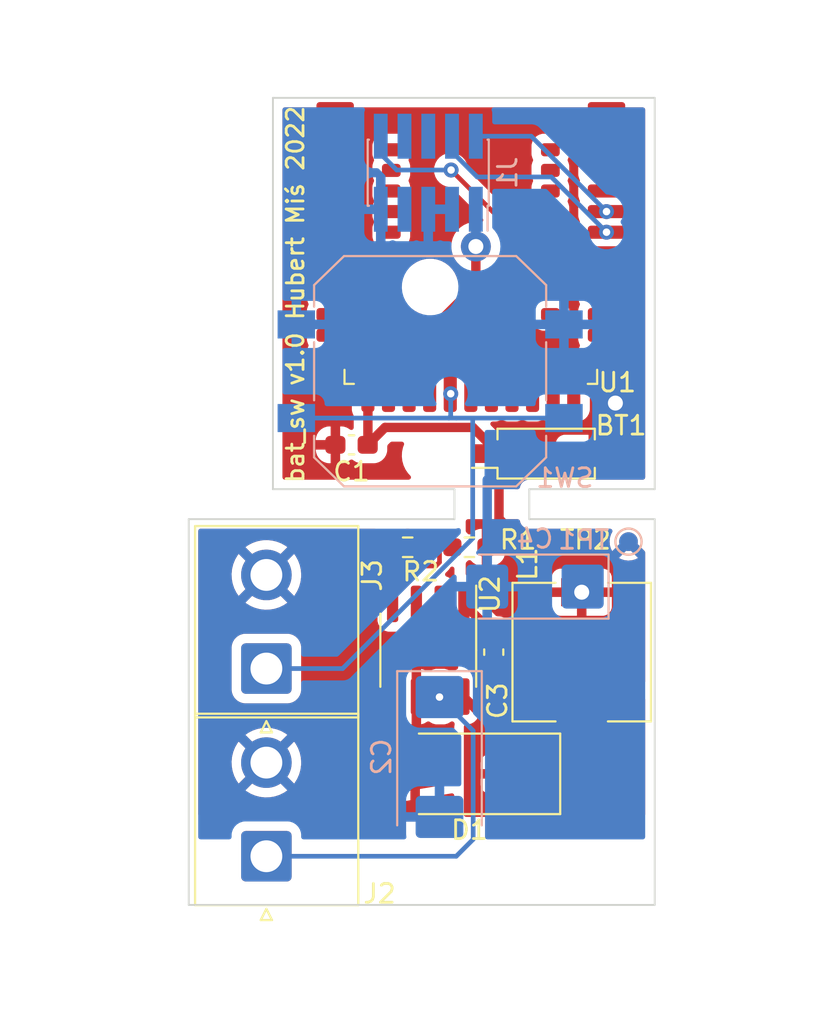
<source format=kicad_pcb>
(kicad_pcb (version 20211014) (generator pcbnew)
  (layers (0 "F.Cu" signal) (31 "B.Cu" signal) (34 "B.Paste" user) (35 "F.Paste" user) (36 "B.SilkS" user "B.Silkscreen") (37 "F.SilkS" user "F.Silkscreen") (38 "B.Mask" user) (39 "F.Mask" user) (44 "Edge.Cuts" user))
  (net 0 "")
  (net 1 "VDD")
  (net 2 "GND")
  (net 3 "/SWDIO")
  (net 4 "/SWDCLK")
  (net 8 "/nRESET")
  (net 9 "/SWITCH")
  (net 57 "+24V")
  (net 58 "Net-(U2-Pad1)")
  (net 59 "Net-(U2-Pad8)")
  (net 60 "Net-(U2-Pad4)")
  (net 63 "unconnected-(U2-Pad5)")
  (footprint "Capacitor_SMD:C_0603_1608Metric_Pad1.08x0.95mm_HandSolder" (layer "F.Cu") (at 35.8 48.93 180)
    (fp_text reference "C1" (at 0 -1.43) (layer "F.SilkS"))
    (fp_text value "100n")
    (fp_line (start -0.146267 0.51) (end 0.146267 0.51) (layer "F.SilkS") (width 0.12))
    (fp_line (start -0.146267 -0.51) (end 0.146267 -0.51) (layer "F.SilkS") (width 0.12))
    (pad "1" smd roundrect (at -0.8625 0 180) (size 1.075 0.95) (layers "F.Cu" "F.Paste" "F.Mask") (net 1 "VDD"))
    (pad "2" smd roundrect (at 0.8625 0 180) (size 1.075 0.95) (layers "F.Cu" "F.Paste" "F.Mask") (net 2 "GND"))
  )
  (footprint "Inductor_SMD:L_7.3x7.3_H3.5" (layer "F.Cu") (at 48.1 60 90)
    (fp_text reference "L1" (at 4.7 -2.9 90) (layer "F.SilkS"))
    (fp_text value "100u")
    (fp_line (start -3.7 -1.4) (end -3.7 -3.7) (layer "F.SilkS") (width 0.12))
    (fp_line (start 3.7 1.4) (end 3.7 3.7) (layer "F.SilkS") (width 0.12))
    (fp_line (start -3.7 3.7) (end -3.7 1.4) (layer "F.SilkS") (width 0.12))
    (fp_line (start 3.7 3.7) (end -3.7 3.7) (layer "F.SilkS") (width 0.12))
    (fp_line (start 3.7 -3.7) (end 3.7 -1.4) (layer "F.SilkS") (width 0.12))
    (fp_line (start -3.7 -3.7) (end 3.7 -3.7) (layer "F.SilkS") (width 0.12))
    (pad "1" smd rect (at -3.2 0 90) (size 1.5 2.2) (layers "F.Cu" "F.Paste" "F.Mask") (net 59 "Net-(U2-Pad8)"))
    (pad "2" smd rect (at 3.2 0 90) (size 1.5 2.2) (layers "F.Cu" "F.Paste" "F.Mask") (net 1 "VDD"))
  )
  (footprint "Connector_JST:JST_NV_B02P-NV_1x02_P5.00mm_Vertical" (layer "F.Cu") (at 31.25 70.9 90)
    (fp_text reference "J2" (at -2 6.05 180) (layer "F.SilkS"))
    (fp_text value "Conn_01x02_Female")
    (fp_line (start -3.41 0.3) (end -3.41 -0.3) (layer "F.SilkS") (width 0.12))
    (fp_line (start -2.81 0) (end -3.41 0.3) (layer "F.SilkS") (width 0.12))
    (fp_line (start 7.61 4.91) (end 7.61 -3.81) (layer "F.SilkS") (width 0.12))
    (fp_line (start -2.61 -3.81) (end -2.61 4.91) (layer "F.SilkS") (width 0.12))
    (fp_line (start -3.41 -0.3) (end -2.81 0) (layer "F.SilkS") (width 0.12))
    (fp_line (start 7.61 -3.81) (end -2.61 -3.81) (layer "F.SilkS") (width 0.12))
    (fp_line (start -2.61 4.91) (end 7.61 4.91) (layer "F.SilkS") (width 0.12))
    (pad "1" thru_hole roundrect (at 0 0 90) (size 2.7 2.7) (drill 1.7) (layers *.Cu *.Mask) (roundrect_rratio 0.09259296296) (net 57 "+24V"))
    (pad "2" thru_hole circle (at 5 0 90) (size 2.7 2.7) (drill 1.7) (layers *.Cu *.Mask) (net 2 "GND"))
  )
  (footprint "Resistor_SMD:R_0603_1608Metric_Pad0.98x0.95mm_HandSolder" (layer "F.Cu") (at 38.8 54.4 180)
    (fp_text reference "R2" (at -0.7 -1.3) (layer "F.SilkS"))
    (fp_text value "1k")
    (fp_line (start -0.254724 -0.5225) (end 0.254724 -0.5225) (layer "F.SilkS") (width 0.12))
    (fp_line (start -0.254724 0.5225) (end 0.254724 0.5225) (layer "F.SilkS") (width 0.12))
    (pad "1" smd roundrect (at -0.9125 0 180) (size 0.975 0.95) (layers "F.Cu" "F.Paste" "F.Mask") (net 60 "Net-(U2-Pad4)"))
    (pad "2" smd roundrect (at 0.9125 0 180) (size 0.975 0.95) (layers "F.Cu" "F.Paste" "F.Mask") (net 2 "GND"))
  )
  (footprint "Connector_JST:JST_NV_B02P-NV_1x02_P5.00mm_Vertical" (layer "F.Cu") (at 31.25 60.8775 90)
    (fp_text reference "J3" (at 4.9775 5.65 90) (layer "F.SilkS"))
    (fp_text value "Conn_01x02_Female")
    (fp_line (start 7.61 4.91) (end 7.61 -3.81) (layer "F.SilkS") (width 0.12))
    (fp_line (start -2.61 -3.81) (end -2.61 4.91) (layer "F.SilkS") (width 0.12))
    (fp_line (start -2.81 0) (end -3.41 0.3) (layer "F.SilkS") (width 0.12))
    (fp_line (start -3.41 -0.3) (end -2.81 0) (layer "F.SilkS") (width 0.12))
    (fp_line (start -3.41 0.3) (end -3.41 -0.3) (layer "F.SilkS") (width 0.12))
    (fp_line (start 7.61 -3.81) (end -2.61 -3.81) (layer "F.SilkS") (width 0.12))
    (fp_line (start -2.61 4.91) (end 7.61 4.91) (layer "F.SilkS") (width 0.12))
    (pad "1" thru_hole roundrect (at 0 0 90) (size 2.7 2.7) (drill 1.7) (layers *.Cu *.Mask) (roundrect_rratio 0.09259296296) (net 9 "/SWITCH"))
    (pad "2" thru_hole circle (at 5 0 90) (size 2.7 2.7) (drill 1.7) (layers *.Cu *.Mask) (net 2 "GND"))
  )
  (footprint "Capacitor_SMD:C_0603_1608Metric_Pad1.08x0.95mm_HandSolder" (layer "F.Cu") (at 43.4 60 -90)
    (fp_text reference "C3" (at 2.6 -0.2 90) (layer "F.SilkS"))
    (fp_text value "10n")
    (fp_line (start -0.146267 0.51) (end 0.146267 0.51) (layer "F.SilkS") (width 0.12))
    (fp_line (start -0.146267 -0.51) (end 0.146267 -0.51) (layer "F.SilkS") (width 0.12))
    (pad "1" smd roundrect (at -0.8625 0 270) (size 1.075 0.95) (layers "F.Cu" "F.Paste" "F.Mask") (net 58 "Net-(U2-Pad1)"))
    (pad "2" smd roundrect (at 0.8625 0 270) (size 1.075 0.95) (layers "F.Cu" "F.Paste" "F.Mask") (net 59 "Net-(U2-Pad8)"))
  )
  (footprint "TestPoint:TestPoint_Pad_D1.0mm" (layer "F.Cu") (at 50.6 54.1)
    (fp_text reference "TP2" (at -2.3 -0.1) (layer "F.SilkS"))
    (fp_text value "TestPoint")
    (fp_circle (center 0 0) (end 0 0.7) (layer "F.SilkS") (width 0.12) (fill none))
    (pad "1" smd circle (at 0 0) (size 1 1) (layers "F.Cu" "F.Mask") (net 1 "VDD"))
  )
  (footprint "Package_SO:SOIC-8_3.9x4.9mm_P1.27mm" (layer "F.Cu") (at 39.9 59.9 -90)
    (fp_text reference "U2" (at -3 -3.3 90) (layer "F.SilkS"))
    (fp_text value "LM2672M-ADJ")
    (fp_line (start 0 2.56) (end 1.95 2.56) (layer "F.SilkS") (width 0.12))
    (fp_line (start 0 -2.56) (end -3.45 -2.56) (layer "F.SilkS") (width 0.12))
    (fp_line (start 0 2.56) (end -1.95 2.56) (layer "F.SilkS") (width 0.12))
    (fp_line (start 0 -2.56) (end 1.95 -2.56) (layer "F.SilkS") (width 0.12))
    (pad "1" smd roundrect (at -2.475 -1.905 270) (size 1.95 0.6) (layers "F.Cu" "F.Paste" "F.Mask") (net 58 "Net-(U2-Pad1)"))
    (pad "2" smd roundrect (at -2.475 -0.635 270) (size 1.95 0.6) (layers "F.Cu" "F.Paste" "F.Mask"))
    (pad "3" smd roundrect (at -2.475 0.635 270) (size 1.95 0.6) (layers "F.Cu" "F.Paste" "F.Mask"))
    (pad "4" smd roundrect (at -2.475 1.905 270) (size 1.95 0.6) (layers "F.Cu" "F.Paste" "F.Mask") (net 60 "Net-(U2-Pad4)"))
    (pad "5" smd roundrect (at 2.475 1.905 270) (size 1.95 0.6) (layers "F.Cu" "F.Paste" "F.Mask") (net 63 "unconnected-(U2-Pad5)"))
    (pad "6" smd roundrect (at 2.475 0.635 270) (size 1.95 0.6) (layers "F.Cu" "F.Paste" "F.Mask") (net 2 "GND"))
    (pad "7" smd roundrect (at 2.475 -0.635 270) (size 1.95 0.6) (layers "F.Cu" "F.Paste" "F.Mask") (net 57 "+24V"))
    (pad "8" smd roundrect (at 2.475 -1.905 270) (size 1.95 0.6) (layers "F.Cu" "F.Paste" "F.Mask") (net 59 "Net-(U2-Pad8)"))
  )
  (footprint "Diode_SMD:D_SMA-SMB_Universal_Handsoldering" (layer "F.Cu") (at 42.1 66.5 180)
    (fp_text reference "D1" (at 0 -3) (layer "F.SilkS"))
    (fp_text value "B130")
    (fp_line (start -4.85 -2.15) (end 2.7 -2.15) (layer "F.SilkS") (width 0.12))
    (fp_line (start -4.85 2.15) (end 2.7 2.15) (layer "F.SilkS") (width 0.12))
    (fp_line (start -4.85 -2.15) (end -4.85 2.15) (layer "F.SilkS") (width 0.12))
    (pad "1" smd trapezoid (at -2.9 0 180) (size 3.6 1.7) (rect_delta 0.6 0) (layers "F.Cu" "F.Paste" "F.Mask") (net 59 "Net-(U2-Pad8)"))
    (pad "2" smd trapezoid (at 2.9 0) (size 3.6 1.7) (rect_delta 0.6 0) (layers "F.Cu" "F.Paste" "F.Mask") (net 2 "GND"))
  )
  (footprint "Connector_PinSocket_2.54mm:PinSocket_2x01_P2.54mm_Vertical_SMD" (layer "F.Cu") (at 46.2 49.4 180)
    (fp_text reference "BT1" (at -4 1.5) (layer "F.SilkS"))
    (fp_text value "Battery")
    (fp_line (start -2.6 -1.33) (end 2.6 -1.33) (layer "F.SilkS") (width 0.12))
    (fp_line (start -2.6 1.33) (end 2.6 1.33) (layer "F.SilkS") (width 0.12))
    (fp_line (start -2.6 -1.33) (end -2.6 -0.76) (layer "F.SilkS") (width 0.12))
    (fp_line (start 2.6 -1.33) (end 2.6 -0.76) (layer "F.SilkS") (width 0.12))
    (fp_line (start -2.6 0.76) (end -2.6 1.33) (layer "F.SilkS") (width 0.12))
    (fp_line (start 2.6 -0.76) (end 3.96 -0.76) (layer "F.SilkS") (width 0.12))
    (fp_line (start 2.6 0.76) (end 2.6 1.33) (layer "F.SilkS") (width 0.12))
    (pad "1" smd rect (at 2.52 0 180) (size 3 1) (layers "F.Cu" "F.Paste" "F.Mask") (net 1 "VDD"))
    (pad "2" smd rect (at -2.52 0 180) (size 3 1) (layers "F.Cu" "F.Paste" "F.Mask") (net 2 "GND"))
  )
  (footprint "holyiot:Holyiot-18010" (layer "F.Cu") (at 42.175 27.675)
    (fp_text reference "U1" (at 7.825 17.925 unlocked) (layer "F.SilkS"))
    (fp_text value "Holyiot-18010")
    (fp_line (start 6.75 18) (end 6.25 18) (layer "F.SilkS") (width 0.12))
    (fp_line (start -6.75 18) (end -6.25 18) (layer "F.SilkS") (width 0.12))
    (fp_line (start -6.75 18) (end -6.75 17.25) (layer "F.SilkS") (width 0.12))
    (fp_line (start 6.75 18) (end 6.75 17.25) (layer "F.SilkS") (width 0.12))
    (pad "1" smd roundrect (at -7.25 3.3) (size 2 0.7) (layers "F.Cu" "F.Paste" "F.Mask") (net 2 "GND"))
    (pad "2" smd roundrect (at -7.25 4.4) (size 2 0.7) (layers "F.Cu" "F.Paste" "F.Mask"))
    (pad "3" smd roundrect (at -7.25 5.5) (size 2 0.7) (layers "F.Cu" "F.Paste" "F.Mask"))
    (pad "4" smd roundrect (at -7.25 6.6) (size 2 0.7) (layers "F.Cu" "F.Paste" "F.Mask"))
    (pad "5" smd roundrect (at -7.25 7.7) (size 2 0.7) (layers "F.Cu" "F.Paste" "F.Mask"))
    (pad "6" smd roundrect (at -7.25 8.8) (size 2 0.7) (layers "F.Cu" "F.Paste" "F.Mask"))
    (pad "7" smd roundrect (at -7.25 9.9) (size 2 0.7) (layers "F.Cu" "F.Paste" "F.Mask"))
    (pad "8" smd roundrect (at -7.25 11) (size 2 0.7) (layers "F.Cu" "F.Paste" "F.Mask"))
    (pad "9" smd roundrect (at -7.25 12.1) (size 2 0.7) (layers "F.Cu" "F.Paste" "F.Mask"))
    (pad "10" smd roundrect (at -7.25 13.2) (size 2 0.7) (layers "F.Cu" "F.Paste" "F.Mask"))
    (pad "11" smd roundrect (at -7.25 14.3) (size 2 0.7) (layers "F.Cu" "F.Paste" "F.Mask"))
    (pad "12" smd roundrect (at -7.25 15.4) (size 2 0.7) (layers "F.Cu" "F.Paste" "F.Mask"))
    (pad "13" smd roundrect (at -7.25 16.5) (size 2 0.7) (layers "F.Cu" "F.Paste" "F.Mask"))
    (pad "14" smd roundrect (at -5.5 18.5 90) (size 2 0.7) (layers "F.Cu" "F.Paste" "F.Mask") (net 1 "VDD"))
    (pad "15" smd roundrect (at -4.4 18.5 90) (size 2 0.7) (layers "F.Cu" "F.Paste" "F.Mask"))
    (pad "16" smd roundrect (at -3.3 18.5 90) (size 2 0.7) (layers "F.Cu" "F.Paste" "F.Mask"))
    (pad "17" smd roundrect (at -2.2 18.5 90) (size 2 0.7) (layers "F.Cu" "F.Paste" "F.Mask"))
    (pad "18" smd roundrect (at -1.1 18.5 90) (size 2 0.7) (layers "F.Cu" "F.Paste" "F.Mask") (net 9 "/SWITCH"))
    (pad "19" smd roundrect (at 0 18.5 90) (size 2 0.7) (layers "F.Cu" "F.Paste" "F.Mask"))
    (pad "20" smd roundrect (at 1.1 18.5 90) (size 2 0.7) (layers "F.Cu" "F.Paste" "F.Mask"))
    (pad "21" smd roundrect (at 2.2 18.5 90) (size 2 0.7) (layers "F.Cu" "F.Paste" "F.Mask") (net 8 "/nRESET"))
    (pad "22" smd roundrect (at 3.3 18.5 90) (size 2 0.7) (layers "F.Cu" "F.Paste" "F.Mask"))
    (pad "23" smd roundrect (at 4.4 18.5 90) (size 2 0.7) (layers "F.Cu" "F.Paste" "F.Mask"))
    (pad "24" smd roundrect (at 5.5 18.5 90) (size 2 0.7) (layers "F.Cu" "F.Paste" "F.Mask"))
    (pad "25" smd roundrect (at 7.25 16.5) (size 2 0.7) (layers "F.Cu" "F.Paste" "F.Mask") (net 2 "GND"))
    (pad "26" smd roundrect (at 7.25 15.4) (size 2 0.7) (layers "F.Cu" "F.Paste" "F.Mask"))
    (pad "27" smd roundrect (at 7.25 14.3) (size 2 0.7) (layers "F.Cu" "F.Paste" "F.Mask"))
    (pad "28" smd roundrect (at 7.25 13.2) (size 2 0.7) (layers "F.Cu" "F.Paste" "F.Mask"))
    (pad "29" smd roundrect (at 7.25 12.1) (size 2 0.7) (layers "F.Cu" "F.Paste" "F.Mask"))
    (pad "30" smd roundrect (at 7.25 11) (size 2 0.7) (layers "F.Cu" "F.Paste" "F.Mask"))
    (pad "31" smd roundrect (at 7.25 9.9) (size 2 0.7) (layers "F.Cu" "F.Paste" "F.Mask") (net 4 "/SWDCLK"))
    (pad "32" smd roundrect (at 7.25 8.8) (size 2 0.7) (layers "F.Cu" "F.Paste" "F.Mask") (net 3 "/SWDIO"))
    (pad "33" smd roundrect (at 7.25 7.7) (size 2 0.7) (layers "F.Cu" "F.Paste" "F.Mask"))
    (pad "34" smd roundrect (at 7.25 6.6) (size 2 0.7) (layers "F.Cu" "F.Paste" "F.Mask"))
    (pad "35" smd roundrect (at 7.25 5.5) (size 2 0.7) (layers "F.Cu" "F.Paste" "F.Mask"))
    (pad "36" smd roundrect (at 7.25 4.4) (size 2 0.7) (layers "F.Cu" "F.Paste" "F.Mask"))
    (pad "37" smd roundrect (at 7.25 3.3) (size 2 0.7) (layers "F.Cu" "F.Paste" "F.Mask") (net 2 "GND"))
    (pad "38" smd roundrect (at -4.25 5.5) (size 1 0.7) (layers "F.Cu" "F.Paste" "F.Mask"))
    (pad "39" smd roundrect (at -4.25 6.6) (size 1 0.7) (layers "F.Cu" "F.Paste" "F.Mask"))
    (pad "40" smd roundrect (at -4.25 7.7) (size 1 0.7) (layers "F.Cu" "F.Paste" "F.Mask"))
    (pad "41" smd roundrect (at -4.25 8.8) (size 1 0.7) (layers "F.Cu" "F.Paste" "F.Mask"))
    (pad "42" smd roundrect (at -4.25 9.9) (size 1 0.7) (layers "F.Cu" "F.Paste" "F.Mask"))
    (pad "43" smd roundrect (at -4.25 11) (size 1 0.7) (layers "F.Cu" "F.Paste" "F.Mask"))
    (pad "44" smd roundrect (at -4.25 12.1) (size 1 0.7) (layers "F.Cu" "F.Paste" "F.Mask"))
    (pad "45" smd roundrect (at -4.25 13.2) (size 1 0.7) (layers "F.Cu" "F.Paste" "F.Mask"))
    (pad "46" smd roundrect (at -4.25 14.3) (size 1 0.7) (layers "F.Cu" "F.Paste" "F.Mask"))
    (pad "47" smd roundrect (at 4.25 5.5) (size 1 0.7) (layers "F.Cu" "F.Paste" "F.Mask"))
    (pad "48" smd roundrect (at 4.25 6.6) (size 1 0.7) (layers "F.Cu" "F.Paste" "F.Mask"))
    (pad "49" smd roundrect (at 4.25 7.7) (size 1 0.7) (layers "F.Cu" "F.Paste" "F.Mask"))
    (pad "50" smd roundrect (at 4.25 8.8) (size 1 0.7) (layers "F.Cu" "F.Paste" "F.Mask"))
    (pad "51" smd roundrect (at 4.25 9.9) (size 1 0.7) (layers "F.Cu" "F.Paste" "F.Mask"))
    (pad "52" smd roundrect (at 4.25 11) (size 1 0.7) (layers "F.Cu" "F.Paste" "F.Mask"))
    (pad "53" smd roundrect (at 4.25 12.1) (size 1 0.7) (layers "F.Cu" "F.Paste" "F.Mask"))
    (pad "54" smd roundrect (at 4.25 13.2) (size 1 0.7) (layers "F.Cu" "F.Paste" "F.Mask"))
    (pad "55" smd roundrect (at 4.25 14.3) (size 1 0.7) (layers "F.Cu" "F.Paste" "F.Mask"))
    (zone (net 0) (net_name "") (layers *.Cu) (name "Antenna proximity") (connect_pads (clearance 0)) (min_thickness 0.254)
      (keepout (tracks not_allowed) (vias not_allowed) (pads not_allowed) (copperpour not_allowed) (footprints not_allowed))
      (fill (thermal_gap 0.508) (thermal_bridge_width 0.508))
      (polygon (pts (xy 53.925 30.475) (xy 30.425 30.475) (xy 30.425 25.175) (xy 53.925 25.175)))
    )
  )
  (footprint "Resistor_SMD:R_0603_1608Metric_Pad0.98x0.95mm_HandSolder" (layer "F.Cu") (at 42.1 54.4 180)
    (fp_text reference "R1" (at -2.6 0.4) (layer "F.SilkS"))
    (fp_text value "1k5")
    (fp_line (start -0.254724 -0.5225) (end 0.254724 -0.5225) (layer "F.SilkS") (width 0.12))
    (fp_line (start -0.254724 0.5225) (end 0.254724 0.5225) (layer "F.SilkS") (width 0.12))
    (pad "1" smd roundrect (at -0.9125 0 180) (size 0.975 0.95) (layers "F.Cu" "F.Paste" "F.Mask") (net 1 "VDD"))
    (pad "2" smd roundrect (at 0.9125 0 180) (size 0.975 0.95) (layers "F.Cu" "F.Paste" "F.Mask") (net 60 "Net-(U2-Pad4)"))
  )
  (footprint "Connector_PinHeader_1.27mm:PinHeader_2x05_P1.27mm_Vertical_SMD" (layer "B.Cu") (at 39.9 34.4 90)
    (fp_text reference "J1" (at 0 4.235 90) (layer "B.SilkS") (effects (justify mirror)))
    (fp_text value "Conn_ARM_JTAG_SWD_10")
    (fp_line (start 1.765 3.235) (end 1.765 3.17) (layer "B.SilkS") (width 0.12))
    (fp_line (start -1.765 -3.17) (end -1.765 -3.235) (layer "B.SilkS") (width 0.12))
    (fp_line (start -1.765 -3.235) (end 1.765 -3.235) (layer "B.SilkS") (width 0.12))
    (fp_line (start -3.09 3.17) (end -1.765 3.17) (layer "B.SilkS") (width 0.12))
    (fp_line (start -1.765 3.235) (end -1.765 3.17) (layer "B.SilkS") (width 0.12))
    (fp_line (start 1.765 -3.17) (end 1.765 -3.235) (layer "B.SilkS") (width 0.12))
    (fp_line (start -1.765 3.235) (end 1.765 3.235) (layer "B.SilkS") (width 0.12))
    (pad "1" smd rect (at -1.95 2.54 90) (size 2.4 0.74) (layers "B.Cu" "B.Paste" "B.Mask") (net 1 "VDD"))
    (pad "2" smd rect (at 1.95 2.54 90) (size 2.4 0.74) (layers "B.Cu" "B.Paste" "B.Mask") (net 3 "/SWDIO"))
    (pad "3" smd rect (at -1.95 1.27 90) (size 2.4 0.74) (layers "B.Cu" "B.Paste" "B.Mask") (net 2 "GND"))
    (pad "4" smd rect (at 1.95 1.27 90) (size 2.4 0.74) (layers "B.Cu" "B.Paste" "B.Mask") (net 4 "/SWDCLK"))
    (pad "5" smd rect (at -1.95 0 90) (size 2.4 0.74) (layers "B.Cu" "B.Paste" "B.Mask") (net 2 "GND"))
    (pad "6" smd rect (at 1.95 0 90) (size 2.4 0.74) (layers "B.Cu" "B.Paste" "B.Mask"))
    (pad "7" smd rect (at -1.95 -1.27 90) (size 2.4 0.74) (layers "B.Cu" "B.Paste" "B.Mask"))
    (pad "8" smd rect (at 1.95 -1.27 90) (size 2.4 0.74) (layers "B.Cu" "B.Paste" "B.Mask"))
    (pad "9" smd rect (at -1.95 -2.54 90) (size 2.4 0.74) (layers "B.Cu" "B.Paste" "B.Mask") (net 2 "GND"))
    (pad "10" smd rect (at 1.95 -2.54 90) (size 2.4 0.74) (layers "B.Cu" "B.Paste" "B.Mask") (net 8 "/nRESET"))
  )
  (footprint "Capacitor_Tantalum_SMD:CP_EIA-6032-28_Kemet-C_Pad2.25x2.35mm_HandSolder" (layer "B.Cu") (at 45.6 56.5 180)
    (fp_text reference "C4" (at 0 2.55) (layer "B.SilkS") (effects (justify mirror)))
    (fp_text value "100u 10V")
    (fp_line (start 3 1.71) (end -3.935 1.71) (layer "B.SilkS") (width 0.12))
    (fp_line (start -3.935 1.71) (end -3.935 -1.71) (layer "B.SilkS") (width 0.12))
    (fp_line (start -3.935 -1.71) (end 3 -1.71) (layer "B.SilkS") (width 0.12))
    (pad "1" smd roundrect (at -2.55 0 180) (size 2.25 2.35) (layers "B.Cu" "B.Paste" "B.Mask") (roundrect_rratio 0.1111111111) (net 1 "VDD"))
    (pad "2" smd roundrect (at 2.55 0 180) (size 2.25 2.35) (layers "B.Cu" "B.Paste" "B.Mask") (roundrect_rratio 0.1111111111) (net 2 "GND"))
  )
  (footprint "Button_Switch_SMD:SW_Push_1P1T_NO_CK_PTS125Sx43PSMTR" (layer "B.Cu") (at 40 45)
    (fp_text reference "SW1" (at 7.2 5.7) (layer "B.SilkS") (effects (justify mirror)))
    (fp_text value "SW_Push")
    (fp_line (start -4.6 -6.15) (end 4.6 -6.15) (layer "B.SilkS") (width 0.12))
    (fp_line (start 6.2 3.45) (end 6.2 4.6) (layer "B.SilkS") (width 0.12))
    (fp_line (start -6.2 4.6) (end -4.6 6.15) (layer "B.SilkS") (width 0.12))
    (fp_line (start -4.6 6.15) (end 4.6 6.15) (layer "B.SilkS") (width 0.12))
    (fp_line (start -6.2 3.45) (end -6.2 4.6) (layer "B.SilkS") (width 0.12))
    (fp_line (start 4.6 6.15) (end 6.2 4.6) (layer "B.SilkS") (width 0.12))
    (fp_line (start 6.2 -3.45) (end 6.2 -4.6) (layer "B.SilkS") (width 0.12))
    (fp_line (start -6.2 -4.6) (end -4.6 -6.15) (layer "B.SilkS") (width 0.12))
    (fp_line (start 6.2 1.55) (end 6.2 -1.55) (layer "B.SilkS") (width 0.12))
    (fp_line (start 4.6 -6.15) (end 6.2 -4.6) (layer "B.SilkS") (width 0.12))
    (fp_line (start -6.2 -3.45) (end -6.2 -4.6) (layer "B.SilkS") (width 0.12))
    (fp_line (start -6.2 1.55) (end -6.2 -1.55) (layer "B.SilkS") (width 0.12))
    (pad "" np_thru_hole circle (at 0 4.5) (size 2 2) (drill 2) (layers *.Cu *.Mask))
    (pad "" np_thru_hole circle (at 0 -4.5) (size 2 2) (drill 2) (layers *.Cu *.Mask))
    (pad "1" smd rect (at 7.15 2.5) (size 2 1.5) (layers "B.Cu" "B.Paste" "B.Mask") (net 9 "/SWITCH"))
    (pad "1" smd rect (at -7.15 2.5) (size 2 1.5) (layers "B.Cu" "B.Paste" "B.Mask") (net 9 "/SWITCH"))
    (pad "2" smd rect (at -7.15 -2.5) (size 2 1.5) (layers "B.Cu" "B.Paste" "B.Mask") (net 2 "GND"))
    (pad "2" smd rect (at 7.15 -2.5) (size 2 1.5) (layers "B.Cu" "B.Paste" "B.Mask") (net 2 "GND"))
  )
  (footprint "TestPoint:TestPoint_Pad_D1.0mm" (layer "B.Cu") (at 50.6 54.1 180)
    (fp_text reference "TP1" (at 2.4 0.1) (layer "B.SilkS") (effects (justify mirror)))
    (fp_text value "TestPoint")
    (fp_circle (center 0 0) (end 0 -0.7) (layer "B.SilkS") (width 0.12) (fill none))
    (pad "1" smd circle (at 0 0 180) (size 1 1) (layers "B.Cu" "B.Mask") (net 2 "GND"))
  )
  (footprint "Capacitor_Tantalum_SMD:CP_EIA-7343-31_Kemet-D_Pad2.25x2.55mm_HandSolder" (layer "B.Cu") (at 40.5 65.6 -90)
    (fp_text reference "C2" (at 0 3.1 90) (layer "B.SilkS") (effects (justify mirror)))
    (fp_text value "15uF 30V")
    (fp_line (start -4.585 2.26) (end -4.585 -2.26) (layer "B.SilkS") (width 0.12))
    (fp_line (start -4.585 -2.26) (end 3.65 -2.26) (layer "B.SilkS") (width 0.12))
    (fp_line (start 3.65 2.26) (end -4.585 2.26) (layer "B.SilkS") (width 0.12))
    (pad "1" smd roundrect (at -3.2 0 270) (size 2.25 2.55) (layers "B.Cu" "B.Paste" "B.Mask") (roundrect_rratio 0.1111111111) (net 57 "+24V"))
    (pad "2" smd roundrect (at 3.2 0 270) (size 2.25 2.55) (layers "B.Cu" "B.Paste" "B.Mask") (roundrect_rratio 0.1111111111) (net 2 "GND"))
  )
  (gr_line (start 27.1 73.5) (end 52 73.5) (layer "Edge.Cuts") (width 0.1))
  (gr_line (start 41.3 51.3) (end 41.3 52.9) (layer "Edge.Cuts") (width 0.1))
  (gr_line (start 52 30.4) (end 31.6 30.4) (layer "Edge.Cuts") (width 0.1))
  (gr_line (start 45.3 52.9) (end 45.3 51.3) (layer "Edge.Cuts") (width 0.1))
  (gr_line (start 41.3 52.9) (end 27.1 52.9) (layer "Edge.Cuts") (width 0.1))
  (gr_line (start 27.1 52.9) (end 27.1 73.5) (layer "Edge.Cuts") (width 0.1))
  (gr_line (start 31.6 51.3) (end 41.3 51.3) (layer "Edge.Cuts") (width 0.1))
  (gr_line (start 52 52.9) (end 45.3 52.9) (layer "Edge.Cuts") (width 0.1))
  (gr_line (start 52 51.3) (end 52 30.4) (layer "Edge.Cuts") (width 0.1))
  (gr_line (start 52 73.5) (end 52 52.9) (layer "Edge.Cuts") (width 0.1))
  (gr_line (start 45.3 51.3) (end 52 51.3) (layer "Edge.Cuts") (width 0.1))
  (gr_line (start 31.6 30.4) (end 31.6 51.3) (layer "Edge.Cuts") (width 0.1))
  (gr_text "bat_sw v1.0 Hubert Miś 2022" (at 32.8 40.9 90) (layer "F.SilkS") (effects (font (size 0.9 0.9))))
  (segment (start 42.444018 40.405982) (end 42.444018 38.338388) (width 0.5) (layer "F.Cu") (net 1))
  (segment (start 36.675 46.175) (end 36.675 48.9175) (width 0.5) (layer "F.Cu") (net 1))
  (segment (start 38.32452 44.52548) (end 42.444018 40.405982) (width 0.5) (layer "F.Cu") (net 1))
  (segment (start 43.68 49.4) (end 43.68 52.88) (width 0.5) (layer "F.Cu") (net 1))
  (segment (start 42.280479 48.000479) (end 37.592021 48.000479) (width 0.5) (layer "F.Cu") (net 1))
  (segment (start 43.68 49.4) (end 43.5 49.4) (width 0.5) (layer "F.Cu") (net 1))
  (segment (start 37.592021 48.000479) (end 36.6625 48.93) (width 0.5) (layer "F.Cu") (net 1))
  (segment (start 36.675 48.9175) (end 36.6625 48.93) (width 0.5) (layer "F.Cu") (net 1))
  (segment (start 36.675 46.175) (end 36.675 45.108953) (width 0.5) (layer "F.Cu") (net 1))
  (segment (start 36.675 45.108953) (end 37.258473 44.52548) (width 0.5) (layer "F.Cu") (net 1))
  (segment (start 43.68 52.88) (end 44 53.2) (width 0.5) (layer "F.Cu") (net 1))
  (segment (start 43.68 49.4) (end 42.280479 48.000479) (width 0.5) (layer "F.Cu") (net 1))
  (segment (start 37.258473 44.52548) (end 38.32452 44.52548) (width 0.5) (layer "F.Cu") (net 1))
  (via (at 42.444018 38.338388) (size 1.6) (drill 0.8) (layers "F.Cu" "B.Cu") (net 1))
  (via (at 48.1 56.8) (size 1.6) (drill 0.8) (layers "F.Cu" "B.Cu") (net 1))
  (segment (start 48.15 56.5) (end 48.15 56.75) (width 0.5) (layer "B.Cu") (net 1))
  (segment (start 42.444018 38.338388) (end 42.444018 36.354018) (width 0.5) (layer "B.Cu") (net 1))
  (segment (start 48.15 56.75) (end 48.1 56.8) (width 0.5) (layer "B.Cu") (net 1))
  (segment (start 42.444018 36.354018) (end 42.44 36.35) (width 0.5) (layer "B.Cu") (net 1))
  (segment (start 48.72 49.4) (end 48.72 47.88) (width 0.5) (layer "F.Cu") (net 2))
  (segment (start 48.72 47.88) (end 49.9 46.7) (width 0.5) (layer "F.Cu") (net 2))
  (via (at 49.9 46.7) (size 1.6) (drill 0.8) (layers "F.Cu" "B.Cu") (net 2))
  (segment (start 43.05 56.5) (end 43.05 50.8) (width 0.5) (layer "B.Cu") (net 2))
  (via (at 49.425 36.475) (size 0.8) (drill 0.4) (layers "F.Cu" "B.Cu") (net 3))
  (segment (start 42.44 32.45) (end 45.4 32.45) (width 0.25) (layer "B.Cu") (net 3))
  (segment (start 45.4 32.45) (end 49.425 36.475) (width 0.25) (layer "B.Cu") (net 3))
  (via (at 49.425 37.575) (size 0.8) (drill 0.4) (layers "F.Cu" "B.Cu") (net 4))
  (segment (start 41.17 33.28) (end 42.515489 34.625489) (width 0.25) (layer "B.Cu") (net 4))
  (segment (start 41.17 32.45) (end 41.17 33.28) (width 0.25) (layer "B.Cu") (net 4))
  (segment (start 42.515489 34.625489) (end 46.475489 34.625489) (width 0.25) (layer "B.Cu") (net 4))
  (segment (start 46.475489 34.625489) (end 49.425 37.575) (width 0.25) (layer "B.Cu") (net 4))
  (segment (start 44.375 37.509599) (end 44.375 46.175) (width 0.25) (layer "F.Cu") (net 8))
  (segment (start 41.119955 34.254554) (end 44.375 37.509599) (width 0.25) (layer "F.Cu") (net 8))
  (via (at 41.119955 34.254554) (size 0.8) (drill 0.4) (layers "F.Cu" "B.Cu") (net 8))
  (segment (start 37.36 33.399022) (end 38.215532 34.254554) (width 0.25) (layer "B.Cu") (net 8))
  (segment (start 37.36 32.45) (end 37.36 33.399022) (width 0.25) (layer "B.Cu") (net 8))
  (segment (start 38.215532 34.254554) (end 41.119955 34.254554) (width 0.25) (layer "B.Cu") (net 8))
  (segment (start 41.075 46.175) (end 41.1 46.2) (width 0.25) (layer "F.Cu") (net 9))
  (via (at 41.1 46.2) (size 0.8) (drill 0.4) (layers "F.Cu" "B.Cu") (net 9))
  (segment (start 31.25 60.8775) (end 35.3225 60.8775) (width 0.25) (layer "B.Cu") (net 9))
  (segment (start 35.3225 60.8775) (end 42.27548 53.92452) (width 0.25) (layer "B.Cu") (net 9))
  (segment (start 32.85 47.5) (end 35 47.5) (width 0.25) (layer "B.Cu") (net 9))
  (segment (start 41.4 47.5) (end 47.15 47.5) (width 0.25) (layer "B.Cu") (net 9))
  (segment (start 35 47.5) (end 41 47.5) (width 0.25) (layer "B.Cu") (net 9))
  (segment (start 42.27548 53.92452) (end 42.27548 47.62452) (width 0.25) (layer "B.Cu") (net 9))
  (segment (start 41.1 47.4) (end 41 47.5) (width 0.25) (layer "B.Cu") (net 9))
  (segment (start 41.1 46.2) (end 41.1 47.4) (width 0.25) (layer "B.Cu") (net 9))
  (segment (start 41 47.5) (end 41.4 47.5) (width 0.25) (layer "B.Cu") (net 9))
  (segment (start 40.525 62.375) (end 40.5 62.4) (width 0.25) (layer "F.Cu") (net 57))
  (segment (start 40.535 62.375) (end 40.525 62.375) (width 0.25) (layer "F.Cu") (net 57))
  (via (at 40.5 62.4) (size 0.8) (drill 0.4) (layers "F.Cu" "B.Cu") (net 57))
  (segment (start 41.395336 70.9) (end 42.29952 69.995816) (width 0.25) (layer "B.Cu") (net 57))
  (segment (start 42.29952 64.19952) (end 40.5 62.4) (width 0.25) (layer "B.Cu") (net 57))
  (segment (start 31.25 70.9) (end 41.395336 70.9) (width 0.25) (layer "B.Cu") (net 57))
  (segment (start 42.29952 69.995816) (end 42.29952 64.19952) (width 0.25) (layer "B.Cu") (net 57))
  (segment (start 43.4 59.1375) (end 43.4 59.02) (width 0.5) (layer "F.Cu") (net 58))
  (segment (start 43.4 59.02) (end 41.805 57.425) (width 0.5) (layer "F.Cu") (net 58))
  (segment (start 41.805 62.405) (end 43 63.6) (width 0.5) (layer "F.Cu") (net 59))
  (segment (start 41.805 62.375) (end 41.805 62.405) (width 0.5) (layer "F.Cu") (net 59))
  (segment (start 43.4 63.2) (end 43.4 60.8625) (width 0.5) (layer "F.Cu") (net 59))
  (segment (start 43 63.6) (end 43.4 63.2) (width 0.5) (layer "F.Cu") (net 59))
  (segment (start 41.1875 54.4) (end 40.5 54.4) (width 0.25) (layer "F.Cu") (net 60))
  (segment (start 40.5 54.4) (end 40.5 55.2) (width 0.25) (layer "F.Cu") (net 60))
  (segment (start 37.995 57.048928) (end 37.995 57.425) (width 0.25) (layer "F.Cu") (net 60))
  (segment (start 39.643928 55.4) (end 37.995 57.048928) (width 0.25) (layer "F.Cu") (net 60))
  (segment (start 40.5 54.4) (end 39.7125 54.4) (width 0.25) (layer "F.Cu") (net 60))
  (segment (start 40.3 55.4) (end 39.643928 55.4) (width 0.25) (layer "F.Cu") (net 60))
  (segment (start 40.5 55.2) (end 40.3 55.4) (width 0.25) (layer "F.Cu") (net 60))
  (zone (net 2) (net_name "GND") (layer "F.Cu") (name "GND") (connect_pads (clearance 0.508)) (min_thickness 0.254) (fill yes (thermal_gap 0.508) (thermal_bridge_width 0.508) (smoothing fillet) (island_removal_mode 1) (island_area_min 0))
    (polygon (pts (xy 41.3 58) (xy 41.5 58.2) (xy 41.5 68.8) (xy 27.1 68.8) (xy 27.1 52.9) (xy 41.3 52.9)))
  )
  (zone (net 1) (net_name "VDD") (layer "F.Cu") (name "VDD") (priority 1) (connect_pads (clearance 0.508)) (min_thickness 0.254) (fill yes (thermal_gap 0.508) (thermal_bridge_width 0.508) (smoothing fillet) (island_removal_mode 1) (island_area_min 0))
    (polygon (pts (xy 52 61.7) (xy 44.2 61.7) (xy 44.2 59.7) (xy 41.9 57.6) (xy 41.9 52.9) (xy 52 52.9)))
  )
  (zone (net 63) (net_name "unconnected-(U2-Pad5)") (layer "F.Cu") (name "Net-(U2-Pad5)") (priority 1) (connect_pads (clearance 0.508)) (min_thickness 0.254) (fill yes (thermal_gap 0.508) (thermal_bridge_width 0.508) (smoothing fillet) (island_removal_mode 1) (island_area_min 0))
    (polygon (pts (xy 38.4 64.2) (xy 34.5 64.2) (xy 34.5 62.2) (xy 38.4 62.2)))
  )
  (zone (net 59) (net_name "Net-(U2-Pad8)") (layer "F.Cu") (name "Net-(U2-Pad8)") (priority 1) (connect_pads (clearance 0.508)) (min_thickness 0.254) (fill yes (thermal_gap 0.508) (thermal_bridge_width 0.508) (smoothing fillet) (island_removal_mode 1) (island_area_min 0))
    (polygon (pts (xy 52 68.8) (xy 41.8 68.8) (xy 41.8 62.4) (xy 52 62.4)))
  )
  (zone (net 2) (net_name "GND") (layers F&B.Cu) (name "GND") (connect_pads (clearance 0.508)) (min_thickness 0.254) (fill yes (thermal_gap 0.508) (thermal_bridge_width 0.508))
    (polygon (pts (xy 52 51.3) (xy 31.6 51.3) (xy 31.6 30.4) (xy 52 30.4)))
  )
  (zone (net 2) (net_name "GND") (layer "B.Cu") (name "GND") (priority 1) (connect_pads (clearance 0.508)) (min_thickness 0.254) (fill yes (thermal_gap 0.508) (thermal_bridge_width 0.508) (smoothing fillet) (island_removal_mode 1) (island_area_min 0))
    (polygon (pts (xy 52 70) (xy 27.1 70) (xy 27.1 52.9) (xy 52 52.9)))
  )
)
</source>
